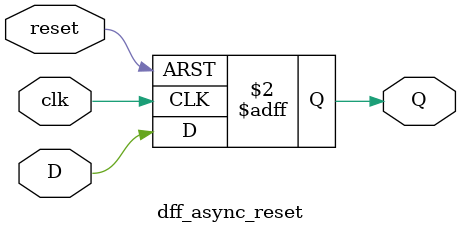
<source format=v>
module dff_async_reset(
  input clk,reset,D,
  output reg Q
);

  always @(posedge clk or posedge reset) begin
    if(reset)
      Q<=0;
    else
      Q<=D;
  end
endmodule

</source>
